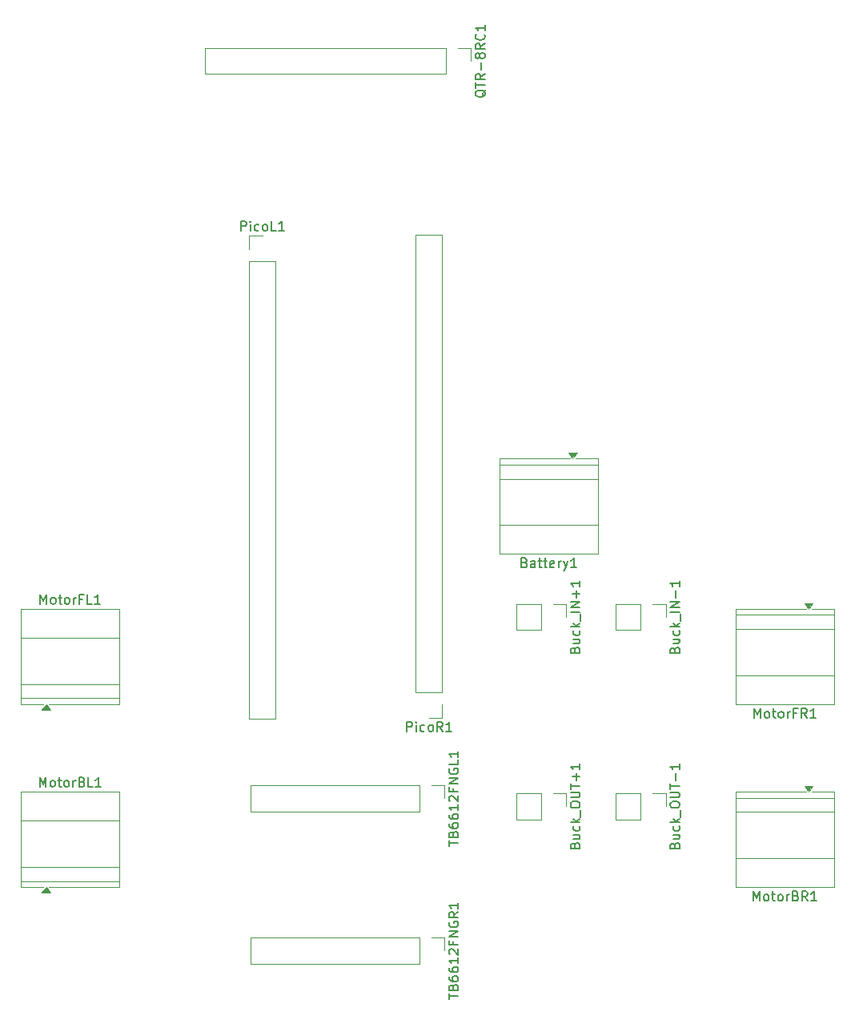
<source format=gbr>
%TF.GenerationSoftware,KiCad,Pcbnew,9.0.7*%
%TF.CreationDate,2026-01-22T15:28:45+05:00*%
%TF.ProjectId,PCB,5043422e-6b69-4636-9164-5f7063625858,rev?*%
%TF.SameCoordinates,Original*%
%TF.FileFunction,Legend,Top*%
%TF.FilePolarity,Positive*%
%FSLAX46Y46*%
G04 Gerber Fmt 4.6, Leading zero omitted, Abs format (unit mm)*
G04 Created by KiCad (PCBNEW 9.0.7) date 2026-01-22 15:28:45*
%MOMM*%
%LPD*%
G01*
G04 APERTURE LIST*
%ADD10C,0.150000*%
%ADD11C,0.120000*%
G04 APERTURE END LIST*
D10*
X98455714Y-120706992D02*
X98455714Y-119706992D01*
X98455714Y-119706992D02*
X98789047Y-120421277D01*
X98789047Y-120421277D02*
X99122380Y-119706992D01*
X99122380Y-119706992D02*
X99122380Y-120706992D01*
X99741428Y-120706992D02*
X99646190Y-120659373D01*
X99646190Y-120659373D02*
X99598571Y-120611753D01*
X99598571Y-120611753D02*
X99550952Y-120516515D01*
X99550952Y-120516515D02*
X99550952Y-120230801D01*
X99550952Y-120230801D02*
X99598571Y-120135563D01*
X99598571Y-120135563D02*
X99646190Y-120087944D01*
X99646190Y-120087944D02*
X99741428Y-120040325D01*
X99741428Y-120040325D02*
X99884285Y-120040325D01*
X99884285Y-120040325D02*
X99979523Y-120087944D01*
X99979523Y-120087944D02*
X100027142Y-120135563D01*
X100027142Y-120135563D02*
X100074761Y-120230801D01*
X100074761Y-120230801D02*
X100074761Y-120516515D01*
X100074761Y-120516515D02*
X100027142Y-120611753D01*
X100027142Y-120611753D02*
X99979523Y-120659373D01*
X99979523Y-120659373D02*
X99884285Y-120706992D01*
X99884285Y-120706992D02*
X99741428Y-120706992D01*
X100360476Y-120040325D02*
X100741428Y-120040325D01*
X100503333Y-119706992D02*
X100503333Y-120564134D01*
X100503333Y-120564134D02*
X100550952Y-120659373D01*
X100550952Y-120659373D02*
X100646190Y-120706992D01*
X100646190Y-120706992D02*
X100741428Y-120706992D01*
X101217619Y-120706992D02*
X101122381Y-120659373D01*
X101122381Y-120659373D02*
X101074762Y-120611753D01*
X101074762Y-120611753D02*
X101027143Y-120516515D01*
X101027143Y-120516515D02*
X101027143Y-120230801D01*
X101027143Y-120230801D02*
X101074762Y-120135563D01*
X101074762Y-120135563D02*
X101122381Y-120087944D01*
X101122381Y-120087944D02*
X101217619Y-120040325D01*
X101217619Y-120040325D02*
X101360476Y-120040325D01*
X101360476Y-120040325D02*
X101455714Y-120087944D01*
X101455714Y-120087944D02*
X101503333Y-120135563D01*
X101503333Y-120135563D02*
X101550952Y-120230801D01*
X101550952Y-120230801D02*
X101550952Y-120516515D01*
X101550952Y-120516515D02*
X101503333Y-120611753D01*
X101503333Y-120611753D02*
X101455714Y-120659373D01*
X101455714Y-120659373D02*
X101360476Y-120706992D01*
X101360476Y-120706992D02*
X101217619Y-120706992D01*
X101979524Y-120706992D02*
X101979524Y-120040325D01*
X101979524Y-120230801D02*
X102027143Y-120135563D01*
X102027143Y-120135563D02*
X102074762Y-120087944D01*
X102074762Y-120087944D02*
X102170000Y-120040325D01*
X102170000Y-120040325D02*
X102265238Y-120040325D01*
X102931905Y-120183182D02*
X103074762Y-120230801D01*
X103074762Y-120230801D02*
X103122381Y-120278420D01*
X103122381Y-120278420D02*
X103170000Y-120373658D01*
X103170000Y-120373658D02*
X103170000Y-120516515D01*
X103170000Y-120516515D02*
X103122381Y-120611753D01*
X103122381Y-120611753D02*
X103074762Y-120659373D01*
X103074762Y-120659373D02*
X102979524Y-120706992D01*
X102979524Y-120706992D02*
X102598572Y-120706992D01*
X102598572Y-120706992D02*
X102598572Y-119706992D01*
X102598572Y-119706992D02*
X102931905Y-119706992D01*
X102931905Y-119706992D02*
X103027143Y-119754611D01*
X103027143Y-119754611D02*
X103074762Y-119802230D01*
X103074762Y-119802230D02*
X103122381Y-119897468D01*
X103122381Y-119897468D02*
X103122381Y-119992706D01*
X103122381Y-119992706D02*
X103074762Y-120087944D01*
X103074762Y-120087944D02*
X103027143Y-120135563D01*
X103027143Y-120135563D02*
X102931905Y-120183182D01*
X102931905Y-120183182D02*
X102598572Y-120183182D01*
X104074762Y-120706992D02*
X103598572Y-120706992D01*
X103598572Y-120706992D02*
X103598572Y-119706992D01*
X104931905Y-120706992D02*
X104360477Y-120706992D01*
X104646191Y-120706992D02*
X104646191Y-119706992D01*
X104646191Y-119706992D02*
X104550953Y-119849849D01*
X104550953Y-119849849D02*
X104455715Y-119945087D01*
X104455715Y-119945087D02*
X104360477Y-119992706D01*
X98527142Y-101376992D02*
X98527142Y-100376992D01*
X98527142Y-100376992D02*
X98860475Y-101091277D01*
X98860475Y-101091277D02*
X99193808Y-100376992D01*
X99193808Y-100376992D02*
X99193808Y-101376992D01*
X99812856Y-101376992D02*
X99717618Y-101329373D01*
X99717618Y-101329373D02*
X99669999Y-101281753D01*
X99669999Y-101281753D02*
X99622380Y-101186515D01*
X99622380Y-101186515D02*
X99622380Y-100900801D01*
X99622380Y-100900801D02*
X99669999Y-100805563D01*
X99669999Y-100805563D02*
X99717618Y-100757944D01*
X99717618Y-100757944D02*
X99812856Y-100710325D01*
X99812856Y-100710325D02*
X99955713Y-100710325D01*
X99955713Y-100710325D02*
X100050951Y-100757944D01*
X100050951Y-100757944D02*
X100098570Y-100805563D01*
X100098570Y-100805563D02*
X100146189Y-100900801D01*
X100146189Y-100900801D02*
X100146189Y-101186515D01*
X100146189Y-101186515D02*
X100098570Y-101281753D01*
X100098570Y-101281753D02*
X100050951Y-101329373D01*
X100050951Y-101329373D02*
X99955713Y-101376992D01*
X99955713Y-101376992D02*
X99812856Y-101376992D01*
X100431904Y-100710325D02*
X100812856Y-100710325D01*
X100574761Y-100376992D02*
X100574761Y-101234134D01*
X100574761Y-101234134D02*
X100622380Y-101329373D01*
X100622380Y-101329373D02*
X100717618Y-101376992D01*
X100717618Y-101376992D02*
X100812856Y-101376992D01*
X101289047Y-101376992D02*
X101193809Y-101329373D01*
X101193809Y-101329373D02*
X101146190Y-101281753D01*
X101146190Y-101281753D02*
X101098571Y-101186515D01*
X101098571Y-101186515D02*
X101098571Y-100900801D01*
X101098571Y-100900801D02*
X101146190Y-100805563D01*
X101146190Y-100805563D02*
X101193809Y-100757944D01*
X101193809Y-100757944D02*
X101289047Y-100710325D01*
X101289047Y-100710325D02*
X101431904Y-100710325D01*
X101431904Y-100710325D02*
X101527142Y-100757944D01*
X101527142Y-100757944D02*
X101574761Y-100805563D01*
X101574761Y-100805563D02*
X101622380Y-100900801D01*
X101622380Y-100900801D02*
X101622380Y-101186515D01*
X101622380Y-101186515D02*
X101574761Y-101281753D01*
X101574761Y-101281753D02*
X101527142Y-101329373D01*
X101527142Y-101329373D02*
X101431904Y-101376992D01*
X101431904Y-101376992D02*
X101289047Y-101376992D01*
X102050952Y-101376992D02*
X102050952Y-100710325D01*
X102050952Y-100900801D02*
X102098571Y-100805563D01*
X102098571Y-100805563D02*
X102146190Y-100757944D01*
X102146190Y-100757944D02*
X102241428Y-100710325D01*
X102241428Y-100710325D02*
X102336666Y-100710325D01*
X103003333Y-100853182D02*
X102670000Y-100853182D01*
X102670000Y-101376992D02*
X102670000Y-100376992D01*
X102670000Y-100376992D02*
X103146190Y-100376992D01*
X104003333Y-101376992D02*
X103527143Y-101376992D01*
X103527143Y-101376992D02*
X103527143Y-100376992D01*
X104860476Y-101376992D02*
X104289048Y-101376992D01*
X104574762Y-101376992D02*
X104574762Y-100376992D01*
X104574762Y-100376992D02*
X104479524Y-100519849D01*
X104479524Y-100519849D02*
X104384286Y-100615087D01*
X104384286Y-100615087D02*
X104289048Y-100662706D01*
X165602854Y-126881420D02*
X165650473Y-126738563D01*
X165650473Y-126738563D02*
X165698092Y-126690944D01*
X165698092Y-126690944D02*
X165793330Y-126643325D01*
X165793330Y-126643325D02*
X165936187Y-126643325D01*
X165936187Y-126643325D02*
X166031425Y-126690944D01*
X166031425Y-126690944D02*
X166079045Y-126738563D01*
X166079045Y-126738563D02*
X166126664Y-126833801D01*
X166126664Y-126833801D02*
X166126664Y-127214753D01*
X166126664Y-127214753D02*
X165126664Y-127214753D01*
X165126664Y-127214753D02*
X165126664Y-126881420D01*
X165126664Y-126881420D02*
X165174283Y-126786182D01*
X165174283Y-126786182D02*
X165221902Y-126738563D01*
X165221902Y-126738563D02*
X165317140Y-126690944D01*
X165317140Y-126690944D02*
X165412378Y-126690944D01*
X165412378Y-126690944D02*
X165507616Y-126738563D01*
X165507616Y-126738563D02*
X165555235Y-126786182D01*
X165555235Y-126786182D02*
X165602854Y-126881420D01*
X165602854Y-126881420D02*
X165602854Y-127214753D01*
X165459997Y-125786182D02*
X166126664Y-125786182D01*
X165459997Y-126214753D02*
X165983806Y-126214753D01*
X165983806Y-126214753D02*
X166079045Y-126167134D01*
X166079045Y-126167134D02*
X166126664Y-126071896D01*
X166126664Y-126071896D02*
X166126664Y-125929039D01*
X166126664Y-125929039D02*
X166079045Y-125833801D01*
X166079045Y-125833801D02*
X166031425Y-125786182D01*
X166079045Y-124881420D02*
X166126664Y-124976658D01*
X166126664Y-124976658D02*
X166126664Y-125167134D01*
X166126664Y-125167134D02*
X166079045Y-125262372D01*
X166079045Y-125262372D02*
X166031425Y-125309991D01*
X166031425Y-125309991D02*
X165936187Y-125357610D01*
X165936187Y-125357610D02*
X165650473Y-125357610D01*
X165650473Y-125357610D02*
X165555235Y-125309991D01*
X165555235Y-125309991D02*
X165507616Y-125262372D01*
X165507616Y-125262372D02*
X165459997Y-125167134D01*
X165459997Y-125167134D02*
X165459997Y-124976658D01*
X165459997Y-124976658D02*
X165507616Y-124881420D01*
X166126664Y-124452848D02*
X165126664Y-124452848D01*
X165745711Y-124357610D02*
X166126664Y-124071896D01*
X165459997Y-124071896D02*
X165840949Y-124452848D01*
X166221902Y-123881420D02*
X166221902Y-123119515D01*
X165126664Y-122690943D02*
X165126664Y-122500467D01*
X165126664Y-122500467D02*
X165174283Y-122405229D01*
X165174283Y-122405229D02*
X165269521Y-122309991D01*
X165269521Y-122309991D02*
X165459997Y-122262372D01*
X165459997Y-122262372D02*
X165793330Y-122262372D01*
X165793330Y-122262372D02*
X165983806Y-122309991D01*
X165983806Y-122309991D02*
X166079045Y-122405229D01*
X166079045Y-122405229D02*
X166126664Y-122500467D01*
X166126664Y-122500467D02*
X166126664Y-122690943D01*
X166126664Y-122690943D02*
X166079045Y-122786181D01*
X166079045Y-122786181D02*
X165983806Y-122881419D01*
X165983806Y-122881419D02*
X165793330Y-122929038D01*
X165793330Y-122929038D02*
X165459997Y-122929038D01*
X165459997Y-122929038D02*
X165269521Y-122881419D01*
X165269521Y-122881419D02*
X165174283Y-122786181D01*
X165174283Y-122786181D02*
X165126664Y-122690943D01*
X165126664Y-121833800D02*
X165936187Y-121833800D01*
X165936187Y-121833800D02*
X166031425Y-121786181D01*
X166031425Y-121786181D02*
X166079045Y-121738562D01*
X166079045Y-121738562D02*
X166126664Y-121643324D01*
X166126664Y-121643324D02*
X166126664Y-121452848D01*
X166126664Y-121452848D02*
X166079045Y-121357610D01*
X166079045Y-121357610D02*
X166031425Y-121309991D01*
X166031425Y-121309991D02*
X165936187Y-121262372D01*
X165936187Y-121262372D02*
X165126664Y-121262372D01*
X165126664Y-120929038D02*
X165126664Y-120357610D01*
X166126664Y-120643324D02*
X165126664Y-120643324D01*
X165745711Y-120024276D02*
X165745711Y-119262372D01*
X166126664Y-118262372D02*
X166126664Y-118833800D01*
X166126664Y-118548086D02*
X165126664Y-118548086D01*
X165126664Y-118548086D02*
X165269521Y-118643324D01*
X165269521Y-118643324D02*
X165364759Y-118738562D01*
X165364759Y-118738562D02*
X165412378Y-118833800D01*
X174013951Y-113406992D02*
X174013951Y-112406992D01*
X174013951Y-112406992D02*
X174347284Y-113121277D01*
X174347284Y-113121277D02*
X174680617Y-112406992D01*
X174680617Y-112406992D02*
X174680617Y-113406992D01*
X175299665Y-113406992D02*
X175204427Y-113359373D01*
X175204427Y-113359373D02*
X175156808Y-113311753D01*
X175156808Y-113311753D02*
X175109189Y-113216515D01*
X175109189Y-113216515D02*
X175109189Y-112930801D01*
X175109189Y-112930801D02*
X175156808Y-112835563D01*
X175156808Y-112835563D02*
X175204427Y-112787944D01*
X175204427Y-112787944D02*
X175299665Y-112740325D01*
X175299665Y-112740325D02*
X175442522Y-112740325D01*
X175442522Y-112740325D02*
X175537760Y-112787944D01*
X175537760Y-112787944D02*
X175585379Y-112835563D01*
X175585379Y-112835563D02*
X175632998Y-112930801D01*
X175632998Y-112930801D02*
X175632998Y-113216515D01*
X175632998Y-113216515D02*
X175585379Y-113311753D01*
X175585379Y-113311753D02*
X175537760Y-113359373D01*
X175537760Y-113359373D02*
X175442522Y-113406992D01*
X175442522Y-113406992D02*
X175299665Y-113406992D01*
X175918713Y-112740325D02*
X176299665Y-112740325D01*
X176061570Y-112406992D02*
X176061570Y-113264134D01*
X176061570Y-113264134D02*
X176109189Y-113359373D01*
X176109189Y-113359373D02*
X176204427Y-113406992D01*
X176204427Y-113406992D02*
X176299665Y-113406992D01*
X176775856Y-113406992D02*
X176680618Y-113359373D01*
X176680618Y-113359373D02*
X176632999Y-113311753D01*
X176632999Y-113311753D02*
X176585380Y-113216515D01*
X176585380Y-113216515D02*
X176585380Y-112930801D01*
X176585380Y-112930801D02*
X176632999Y-112835563D01*
X176632999Y-112835563D02*
X176680618Y-112787944D01*
X176680618Y-112787944D02*
X176775856Y-112740325D01*
X176775856Y-112740325D02*
X176918713Y-112740325D01*
X176918713Y-112740325D02*
X177013951Y-112787944D01*
X177013951Y-112787944D02*
X177061570Y-112835563D01*
X177061570Y-112835563D02*
X177109189Y-112930801D01*
X177109189Y-112930801D02*
X177109189Y-113216515D01*
X177109189Y-113216515D02*
X177061570Y-113311753D01*
X177061570Y-113311753D02*
X177013951Y-113359373D01*
X177013951Y-113359373D02*
X176918713Y-113406992D01*
X176918713Y-113406992D02*
X176775856Y-113406992D01*
X177537761Y-113406992D02*
X177537761Y-112740325D01*
X177537761Y-112930801D02*
X177585380Y-112835563D01*
X177585380Y-112835563D02*
X177632999Y-112787944D01*
X177632999Y-112787944D02*
X177728237Y-112740325D01*
X177728237Y-112740325D02*
X177823475Y-112740325D01*
X178490142Y-112883182D02*
X178156809Y-112883182D01*
X178156809Y-113406992D02*
X178156809Y-112406992D01*
X178156809Y-112406992D02*
X178632999Y-112406992D01*
X179585380Y-113406992D02*
X179252047Y-112930801D01*
X179013952Y-113406992D02*
X179013952Y-112406992D01*
X179013952Y-112406992D02*
X179394904Y-112406992D01*
X179394904Y-112406992D02*
X179490142Y-112454611D01*
X179490142Y-112454611D02*
X179537761Y-112502230D01*
X179537761Y-112502230D02*
X179585380Y-112597468D01*
X179585380Y-112597468D02*
X179585380Y-112740325D01*
X179585380Y-112740325D02*
X179537761Y-112835563D01*
X179537761Y-112835563D02*
X179490142Y-112883182D01*
X179490142Y-112883182D02*
X179394904Y-112930801D01*
X179394904Y-112930801D02*
X179013952Y-112930801D01*
X180537761Y-113406992D02*
X179966333Y-113406992D01*
X180252047Y-113406992D02*
X180252047Y-112406992D01*
X180252047Y-112406992D02*
X180156809Y-112549849D01*
X180156809Y-112549849D02*
X180061571Y-112645087D01*
X180061571Y-112645087D02*
X179966333Y-112692706D01*
X165602854Y-106214753D02*
X165650473Y-106071896D01*
X165650473Y-106071896D02*
X165698092Y-106024277D01*
X165698092Y-106024277D02*
X165793330Y-105976658D01*
X165793330Y-105976658D02*
X165936187Y-105976658D01*
X165936187Y-105976658D02*
X166031425Y-106024277D01*
X166031425Y-106024277D02*
X166079045Y-106071896D01*
X166079045Y-106071896D02*
X166126664Y-106167134D01*
X166126664Y-106167134D02*
X166126664Y-106548086D01*
X166126664Y-106548086D02*
X165126664Y-106548086D01*
X165126664Y-106548086D02*
X165126664Y-106214753D01*
X165126664Y-106214753D02*
X165174283Y-106119515D01*
X165174283Y-106119515D02*
X165221902Y-106071896D01*
X165221902Y-106071896D02*
X165317140Y-106024277D01*
X165317140Y-106024277D02*
X165412378Y-106024277D01*
X165412378Y-106024277D02*
X165507616Y-106071896D01*
X165507616Y-106071896D02*
X165555235Y-106119515D01*
X165555235Y-106119515D02*
X165602854Y-106214753D01*
X165602854Y-106214753D02*
X165602854Y-106548086D01*
X165459997Y-105119515D02*
X166126664Y-105119515D01*
X165459997Y-105548086D02*
X165983806Y-105548086D01*
X165983806Y-105548086D02*
X166079045Y-105500467D01*
X166079045Y-105500467D02*
X166126664Y-105405229D01*
X166126664Y-105405229D02*
X166126664Y-105262372D01*
X166126664Y-105262372D02*
X166079045Y-105167134D01*
X166079045Y-105167134D02*
X166031425Y-105119515D01*
X166079045Y-104214753D02*
X166126664Y-104309991D01*
X166126664Y-104309991D02*
X166126664Y-104500467D01*
X166126664Y-104500467D02*
X166079045Y-104595705D01*
X166079045Y-104595705D02*
X166031425Y-104643324D01*
X166031425Y-104643324D02*
X165936187Y-104690943D01*
X165936187Y-104690943D02*
X165650473Y-104690943D01*
X165650473Y-104690943D02*
X165555235Y-104643324D01*
X165555235Y-104643324D02*
X165507616Y-104595705D01*
X165507616Y-104595705D02*
X165459997Y-104500467D01*
X165459997Y-104500467D02*
X165459997Y-104309991D01*
X165459997Y-104309991D02*
X165507616Y-104214753D01*
X166126664Y-103786181D02*
X165126664Y-103786181D01*
X165745711Y-103690943D02*
X166126664Y-103405229D01*
X165459997Y-103405229D02*
X165840949Y-103786181D01*
X166221902Y-103214753D02*
X166221902Y-102452848D01*
X166126664Y-102214752D02*
X165126664Y-102214752D01*
X166126664Y-101738562D02*
X165126664Y-101738562D01*
X165126664Y-101738562D02*
X166126664Y-101167134D01*
X166126664Y-101167134D02*
X165126664Y-101167134D01*
X165745711Y-100690943D02*
X165745711Y-99929039D01*
X166126664Y-98929039D02*
X166126664Y-99500467D01*
X166126664Y-99214753D02*
X165126664Y-99214753D01*
X165126664Y-99214753D02*
X165269521Y-99309991D01*
X165269521Y-99309991D02*
X165364759Y-99405229D01*
X165364759Y-99405229D02*
X165412378Y-99500467D01*
X141721200Y-143111809D02*
X141721200Y-142540381D01*
X142721200Y-142826095D02*
X141721200Y-142826095D01*
X142197390Y-141873714D02*
X142245009Y-141730857D01*
X142245009Y-141730857D02*
X142292628Y-141683238D01*
X142292628Y-141683238D02*
X142387866Y-141635619D01*
X142387866Y-141635619D02*
X142530723Y-141635619D01*
X142530723Y-141635619D02*
X142625961Y-141683238D01*
X142625961Y-141683238D02*
X142673581Y-141730857D01*
X142673581Y-141730857D02*
X142721200Y-141826095D01*
X142721200Y-141826095D02*
X142721200Y-142207047D01*
X142721200Y-142207047D02*
X141721200Y-142207047D01*
X141721200Y-142207047D02*
X141721200Y-141873714D01*
X141721200Y-141873714D02*
X141768819Y-141778476D01*
X141768819Y-141778476D02*
X141816438Y-141730857D01*
X141816438Y-141730857D02*
X141911676Y-141683238D01*
X141911676Y-141683238D02*
X142006914Y-141683238D01*
X142006914Y-141683238D02*
X142102152Y-141730857D01*
X142102152Y-141730857D02*
X142149771Y-141778476D01*
X142149771Y-141778476D02*
X142197390Y-141873714D01*
X142197390Y-141873714D02*
X142197390Y-142207047D01*
X141721200Y-140778476D02*
X141721200Y-140968952D01*
X141721200Y-140968952D02*
X141768819Y-141064190D01*
X141768819Y-141064190D02*
X141816438Y-141111809D01*
X141816438Y-141111809D02*
X141959295Y-141207047D01*
X141959295Y-141207047D02*
X142149771Y-141254666D01*
X142149771Y-141254666D02*
X142530723Y-141254666D01*
X142530723Y-141254666D02*
X142625961Y-141207047D01*
X142625961Y-141207047D02*
X142673581Y-141159428D01*
X142673581Y-141159428D02*
X142721200Y-141064190D01*
X142721200Y-141064190D02*
X142721200Y-140873714D01*
X142721200Y-140873714D02*
X142673581Y-140778476D01*
X142673581Y-140778476D02*
X142625961Y-140730857D01*
X142625961Y-140730857D02*
X142530723Y-140683238D01*
X142530723Y-140683238D02*
X142292628Y-140683238D01*
X142292628Y-140683238D02*
X142197390Y-140730857D01*
X142197390Y-140730857D02*
X142149771Y-140778476D01*
X142149771Y-140778476D02*
X142102152Y-140873714D01*
X142102152Y-140873714D02*
X142102152Y-141064190D01*
X142102152Y-141064190D02*
X142149771Y-141159428D01*
X142149771Y-141159428D02*
X142197390Y-141207047D01*
X142197390Y-141207047D02*
X142292628Y-141254666D01*
X141721200Y-139826095D02*
X141721200Y-140016571D01*
X141721200Y-140016571D02*
X141768819Y-140111809D01*
X141768819Y-140111809D02*
X141816438Y-140159428D01*
X141816438Y-140159428D02*
X141959295Y-140254666D01*
X141959295Y-140254666D02*
X142149771Y-140302285D01*
X142149771Y-140302285D02*
X142530723Y-140302285D01*
X142530723Y-140302285D02*
X142625961Y-140254666D01*
X142625961Y-140254666D02*
X142673581Y-140207047D01*
X142673581Y-140207047D02*
X142721200Y-140111809D01*
X142721200Y-140111809D02*
X142721200Y-139921333D01*
X142721200Y-139921333D02*
X142673581Y-139826095D01*
X142673581Y-139826095D02*
X142625961Y-139778476D01*
X142625961Y-139778476D02*
X142530723Y-139730857D01*
X142530723Y-139730857D02*
X142292628Y-139730857D01*
X142292628Y-139730857D02*
X142197390Y-139778476D01*
X142197390Y-139778476D02*
X142149771Y-139826095D01*
X142149771Y-139826095D02*
X142102152Y-139921333D01*
X142102152Y-139921333D02*
X142102152Y-140111809D01*
X142102152Y-140111809D02*
X142149771Y-140207047D01*
X142149771Y-140207047D02*
X142197390Y-140254666D01*
X142197390Y-140254666D02*
X142292628Y-140302285D01*
X142721200Y-138778476D02*
X142721200Y-139349904D01*
X142721200Y-139064190D02*
X141721200Y-139064190D01*
X141721200Y-139064190D02*
X141864057Y-139159428D01*
X141864057Y-139159428D02*
X141959295Y-139254666D01*
X141959295Y-139254666D02*
X142006914Y-139349904D01*
X141816438Y-138397523D02*
X141768819Y-138349904D01*
X141768819Y-138349904D02*
X141721200Y-138254666D01*
X141721200Y-138254666D02*
X141721200Y-138016571D01*
X141721200Y-138016571D02*
X141768819Y-137921333D01*
X141768819Y-137921333D02*
X141816438Y-137873714D01*
X141816438Y-137873714D02*
X141911676Y-137826095D01*
X141911676Y-137826095D02*
X142006914Y-137826095D01*
X142006914Y-137826095D02*
X142149771Y-137873714D01*
X142149771Y-137873714D02*
X142721200Y-138445142D01*
X142721200Y-138445142D02*
X142721200Y-137826095D01*
X142197390Y-137064190D02*
X142197390Y-137397523D01*
X142721200Y-137397523D02*
X141721200Y-137397523D01*
X141721200Y-137397523D02*
X141721200Y-136921333D01*
X142721200Y-136540380D02*
X141721200Y-136540380D01*
X141721200Y-136540380D02*
X142721200Y-135968952D01*
X142721200Y-135968952D02*
X141721200Y-135968952D01*
X141768819Y-134968952D02*
X141721200Y-135064190D01*
X141721200Y-135064190D02*
X141721200Y-135207047D01*
X141721200Y-135207047D02*
X141768819Y-135349904D01*
X141768819Y-135349904D02*
X141864057Y-135445142D01*
X141864057Y-135445142D02*
X141959295Y-135492761D01*
X141959295Y-135492761D02*
X142149771Y-135540380D01*
X142149771Y-135540380D02*
X142292628Y-135540380D01*
X142292628Y-135540380D02*
X142483104Y-135492761D01*
X142483104Y-135492761D02*
X142578342Y-135445142D01*
X142578342Y-135445142D02*
X142673581Y-135349904D01*
X142673581Y-135349904D02*
X142721200Y-135207047D01*
X142721200Y-135207047D02*
X142721200Y-135111809D01*
X142721200Y-135111809D02*
X142673581Y-134968952D01*
X142673581Y-134968952D02*
X142625961Y-134921333D01*
X142625961Y-134921333D02*
X142292628Y-134921333D01*
X142292628Y-134921333D02*
X142292628Y-135111809D01*
X142721200Y-133921333D02*
X142245009Y-134254666D01*
X142721200Y-134492761D02*
X141721200Y-134492761D01*
X141721200Y-134492761D02*
X141721200Y-134111809D01*
X141721200Y-134111809D02*
X141768819Y-134016571D01*
X141768819Y-134016571D02*
X141816438Y-133968952D01*
X141816438Y-133968952D02*
X141911676Y-133921333D01*
X141911676Y-133921333D02*
X142054533Y-133921333D01*
X142054533Y-133921333D02*
X142149771Y-133968952D01*
X142149771Y-133968952D02*
X142197390Y-134016571D01*
X142197390Y-134016571D02*
X142245009Y-134111809D01*
X142245009Y-134111809D02*
X142245009Y-134492761D01*
X142721200Y-132968952D02*
X142721200Y-133540380D01*
X142721200Y-133254666D02*
X141721200Y-133254666D01*
X141721200Y-133254666D02*
X141864057Y-133349904D01*
X141864057Y-133349904D02*
X141959295Y-133445142D01*
X141959295Y-133445142D02*
X142006914Y-133540380D01*
X155062854Y-126881420D02*
X155110473Y-126738563D01*
X155110473Y-126738563D02*
X155158092Y-126690944D01*
X155158092Y-126690944D02*
X155253330Y-126643325D01*
X155253330Y-126643325D02*
X155396187Y-126643325D01*
X155396187Y-126643325D02*
X155491425Y-126690944D01*
X155491425Y-126690944D02*
X155539045Y-126738563D01*
X155539045Y-126738563D02*
X155586664Y-126833801D01*
X155586664Y-126833801D02*
X155586664Y-127214753D01*
X155586664Y-127214753D02*
X154586664Y-127214753D01*
X154586664Y-127214753D02*
X154586664Y-126881420D01*
X154586664Y-126881420D02*
X154634283Y-126786182D01*
X154634283Y-126786182D02*
X154681902Y-126738563D01*
X154681902Y-126738563D02*
X154777140Y-126690944D01*
X154777140Y-126690944D02*
X154872378Y-126690944D01*
X154872378Y-126690944D02*
X154967616Y-126738563D01*
X154967616Y-126738563D02*
X155015235Y-126786182D01*
X155015235Y-126786182D02*
X155062854Y-126881420D01*
X155062854Y-126881420D02*
X155062854Y-127214753D01*
X154919997Y-125786182D02*
X155586664Y-125786182D01*
X154919997Y-126214753D02*
X155443806Y-126214753D01*
X155443806Y-126214753D02*
X155539045Y-126167134D01*
X155539045Y-126167134D02*
X155586664Y-126071896D01*
X155586664Y-126071896D02*
X155586664Y-125929039D01*
X155586664Y-125929039D02*
X155539045Y-125833801D01*
X155539045Y-125833801D02*
X155491425Y-125786182D01*
X155539045Y-124881420D02*
X155586664Y-124976658D01*
X155586664Y-124976658D02*
X155586664Y-125167134D01*
X155586664Y-125167134D02*
X155539045Y-125262372D01*
X155539045Y-125262372D02*
X155491425Y-125309991D01*
X155491425Y-125309991D02*
X155396187Y-125357610D01*
X155396187Y-125357610D02*
X155110473Y-125357610D01*
X155110473Y-125357610D02*
X155015235Y-125309991D01*
X155015235Y-125309991D02*
X154967616Y-125262372D01*
X154967616Y-125262372D02*
X154919997Y-125167134D01*
X154919997Y-125167134D02*
X154919997Y-124976658D01*
X154919997Y-124976658D02*
X154967616Y-124881420D01*
X155586664Y-124452848D02*
X154586664Y-124452848D01*
X155205711Y-124357610D02*
X155586664Y-124071896D01*
X154919997Y-124071896D02*
X155300949Y-124452848D01*
X155681902Y-123881420D02*
X155681902Y-123119515D01*
X154586664Y-122690943D02*
X154586664Y-122500467D01*
X154586664Y-122500467D02*
X154634283Y-122405229D01*
X154634283Y-122405229D02*
X154729521Y-122309991D01*
X154729521Y-122309991D02*
X154919997Y-122262372D01*
X154919997Y-122262372D02*
X155253330Y-122262372D01*
X155253330Y-122262372D02*
X155443806Y-122309991D01*
X155443806Y-122309991D02*
X155539045Y-122405229D01*
X155539045Y-122405229D02*
X155586664Y-122500467D01*
X155586664Y-122500467D02*
X155586664Y-122690943D01*
X155586664Y-122690943D02*
X155539045Y-122786181D01*
X155539045Y-122786181D02*
X155443806Y-122881419D01*
X155443806Y-122881419D02*
X155253330Y-122929038D01*
X155253330Y-122929038D02*
X154919997Y-122929038D01*
X154919997Y-122929038D02*
X154729521Y-122881419D01*
X154729521Y-122881419D02*
X154634283Y-122786181D01*
X154634283Y-122786181D02*
X154586664Y-122690943D01*
X154586664Y-121833800D02*
X155396187Y-121833800D01*
X155396187Y-121833800D02*
X155491425Y-121786181D01*
X155491425Y-121786181D02*
X155539045Y-121738562D01*
X155539045Y-121738562D02*
X155586664Y-121643324D01*
X155586664Y-121643324D02*
X155586664Y-121452848D01*
X155586664Y-121452848D02*
X155539045Y-121357610D01*
X155539045Y-121357610D02*
X155491425Y-121309991D01*
X155491425Y-121309991D02*
X155396187Y-121262372D01*
X155396187Y-121262372D02*
X154586664Y-121262372D01*
X154586664Y-120929038D02*
X154586664Y-120357610D01*
X155586664Y-120643324D02*
X154586664Y-120643324D01*
X155205711Y-120024276D02*
X155205711Y-119262372D01*
X155586664Y-119643324D02*
X154824759Y-119643324D01*
X155586664Y-118262372D02*
X155586664Y-118833800D01*
X155586664Y-118548086D02*
X154586664Y-118548086D01*
X154586664Y-118548086D02*
X154729521Y-118643324D01*
X154729521Y-118643324D02*
X154824759Y-118738562D01*
X154824759Y-118738562D02*
X154872378Y-118833800D01*
X137262857Y-114835112D02*
X137262857Y-113835112D01*
X137262857Y-113835112D02*
X137643809Y-113835112D01*
X137643809Y-113835112D02*
X137739047Y-113882731D01*
X137739047Y-113882731D02*
X137786666Y-113930350D01*
X137786666Y-113930350D02*
X137834285Y-114025588D01*
X137834285Y-114025588D02*
X137834285Y-114168445D01*
X137834285Y-114168445D02*
X137786666Y-114263683D01*
X137786666Y-114263683D02*
X137739047Y-114311302D01*
X137739047Y-114311302D02*
X137643809Y-114358921D01*
X137643809Y-114358921D02*
X137262857Y-114358921D01*
X138262857Y-114835112D02*
X138262857Y-114168445D01*
X138262857Y-113835112D02*
X138215238Y-113882731D01*
X138215238Y-113882731D02*
X138262857Y-113930350D01*
X138262857Y-113930350D02*
X138310476Y-113882731D01*
X138310476Y-113882731D02*
X138262857Y-113835112D01*
X138262857Y-113835112D02*
X138262857Y-113930350D01*
X139167618Y-114787493D02*
X139072380Y-114835112D01*
X139072380Y-114835112D02*
X138881904Y-114835112D01*
X138881904Y-114835112D02*
X138786666Y-114787493D01*
X138786666Y-114787493D02*
X138739047Y-114739873D01*
X138739047Y-114739873D02*
X138691428Y-114644635D01*
X138691428Y-114644635D02*
X138691428Y-114358921D01*
X138691428Y-114358921D02*
X138739047Y-114263683D01*
X138739047Y-114263683D02*
X138786666Y-114216064D01*
X138786666Y-114216064D02*
X138881904Y-114168445D01*
X138881904Y-114168445D02*
X139072380Y-114168445D01*
X139072380Y-114168445D02*
X139167618Y-114216064D01*
X139739047Y-114835112D02*
X139643809Y-114787493D01*
X139643809Y-114787493D02*
X139596190Y-114739873D01*
X139596190Y-114739873D02*
X139548571Y-114644635D01*
X139548571Y-114644635D02*
X139548571Y-114358921D01*
X139548571Y-114358921D02*
X139596190Y-114263683D01*
X139596190Y-114263683D02*
X139643809Y-114216064D01*
X139643809Y-114216064D02*
X139739047Y-114168445D01*
X139739047Y-114168445D02*
X139881904Y-114168445D01*
X139881904Y-114168445D02*
X139977142Y-114216064D01*
X139977142Y-114216064D02*
X140024761Y-114263683D01*
X140024761Y-114263683D02*
X140072380Y-114358921D01*
X140072380Y-114358921D02*
X140072380Y-114644635D01*
X140072380Y-114644635D02*
X140024761Y-114739873D01*
X140024761Y-114739873D02*
X139977142Y-114787493D01*
X139977142Y-114787493D02*
X139881904Y-114835112D01*
X139881904Y-114835112D02*
X139739047Y-114835112D01*
X141072380Y-114835112D02*
X140739047Y-114358921D01*
X140500952Y-114835112D02*
X140500952Y-113835112D01*
X140500952Y-113835112D02*
X140881904Y-113835112D01*
X140881904Y-113835112D02*
X140977142Y-113882731D01*
X140977142Y-113882731D02*
X141024761Y-113930350D01*
X141024761Y-113930350D02*
X141072380Y-114025588D01*
X141072380Y-114025588D02*
X141072380Y-114168445D01*
X141072380Y-114168445D02*
X141024761Y-114263683D01*
X141024761Y-114263683D02*
X140977142Y-114311302D01*
X140977142Y-114311302D02*
X140881904Y-114358921D01*
X140881904Y-114358921D02*
X140500952Y-114358921D01*
X142024761Y-114835112D02*
X141453333Y-114835112D01*
X141739047Y-114835112D02*
X141739047Y-113835112D01*
X141739047Y-113835112D02*
X141643809Y-113977969D01*
X141643809Y-113977969D02*
X141548571Y-114073207D01*
X141548571Y-114073207D02*
X141453333Y-114120826D01*
X173942523Y-132736992D02*
X173942523Y-131736992D01*
X173942523Y-131736992D02*
X174275856Y-132451277D01*
X174275856Y-132451277D02*
X174609189Y-131736992D01*
X174609189Y-131736992D02*
X174609189Y-132736992D01*
X175228237Y-132736992D02*
X175132999Y-132689373D01*
X175132999Y-132689373D02*
X175085380Y-132641753D01*
X175085380Y-132641753D02*
X175037761Y-132546515D01*
X175037761Y-132546515D02*
X175037761Y-132260801D01*
X175037761Y-132260801D02*
X175085380Y-132165563D01*
X175085380Y-132165563D02*
X175132999Y-132117944D01*
X175132999Y-132117944D02*
X175228237Y-132070325D01*
X175228237Y-132070325D02*
X175371094Y-132070325D01*
X175371094Y-132070325D02*
X175466332Y-132117944D01*
X175466332Y-132117944D02*
X175513951Y-132165563D01*
X175513951Y-132165563D02*
X175561570Y-132260801D01*
X175561570Y-132260801D02*
X175561570Y-132546515D01*
X175561570Y-132546515D02*
X175513951Y-132641753D01*
X175513951Y-132641753D02*
X175466332Y-132689373D01*
X175466332Y-132689373D02*
X175371094Y-132736992D01*
X175371094Y-132736992D02*
X175228237Y-132736992D01*
X175847285Y-132070325D02*
X176228237Y-132070325D01*
X175990142Y-131736992D02*
X175990142Y-132594134D01*
X175990142Y-132594134D02*
X176037761Y-132689373D01*
X176037761Y-132689373D02*
X176132999Y-132736992D01*
X176132999Y-132736992D02*
X176228237Y-132736992D01*
X176704428Y-132736992D02*
X176609190Y-132689373D01*
X176609190Y-132689373D02*
X176561571Y-132641753D01*
X176561571Y-132641753D02*
X176513952Y-132546515D01*
X176513952Y-132546515D02*
X176513952Y-132260801D01*
X176513952Y-132260801D02*
X176561571Y-132165563D01*
X176561571Y-132165563D02*
X176609190Y-132117944D01*
X176609190Y-132117944D02*
X176704428Y-132070325D01*
X176704428Y-132070325D02*
X176847285Y-132070325D01*
X176847285Y-132070325D02*
X176942523Y-132117944D01*
X176942523Y-132117944D02*
X176990142Y-132165563D01*
X176990142Y-132165563D02*
X177037761Y-132260801D01*
X177037761Y-132260801D02*
X177037761Y-132546515D01*
X177037761Y-132546515D02*
X176990142Y-132641753D01*
X176990142Y-132641753D02*
X176942523Y-132689373D01*
X176942523Y-132689373D02*
X176847285Y-132736992D01*
X176847285Y-132736992D02*
X176704428Y-132736992D01*
X177466333Y-132736992D02*
X177466333Y-132070325D01*
X177466333Y-132260801D02*
X177513952Y-132165563D01*
X177513952Y-132165563D02*
X177561571Y-132117944D01*
X177561571Y-132117944D02*
X177656809Y-132070325D01*
X177656809Y-132070325D02*
X177752047Y-132070325D01*
X178418714Y-132213182D02*
X178561571Y-132260801D01*
X178561571Y-132260801D02*
X178609190Y-132308420D01*
X178609190Y-132308420D02*
X178656809Y-132403658D01*
X178656809Y-132403658D02*
X178656809Y-132546515D01*
X178656809Y-132546515D02*
X178609190Y-132641753D01*
X178609190Y-132641753D02*
X178561571Y-132689373D01*
X178561571Y-132689373D02*
X178466333Y-132736992D01*
X178466333Y-132736992D02*
X178085381Y-132736992D01*
X178085381Y-132736992D02*
X178085381Y-131736992D01*
X178085381Y-131736992D02*
X178418714Y-131736992D01*
X178418714Y-131736992D02*
X178513952Y-131784611D01*
X178513952Y-131784611D02*
X178561571Y-131832230D01*
X178561571Y-131832230D02*
X178609190Y-131927468D01*
X178609190Y-131927468D02*
X178609190Y-132022706D01*
X178609190Y-132022706D02*
X178561571Y-132117944D01*
X178561571Y-132117944D02*
X178513952Y-132165563D01*
X178513952Y-132165563D02*
X178418714Y-132213182D01*
X178418714Y-132213182D02*
X178085381Y-132213182D01*
X179656809Y-132736992D02*
X179323476Y-132260801D01*
X179085381Y-132736992D02*
X179085381Y-131736992D01*
X179085381Y-131736992D02*
X179466333Y-131736992D01*
X179466333Y-131736992D02*
X179561571Y-131784611D01*
X179561571Y-131784611D02*
X179609190Y-131832230D01*
X179609190Y-131832230D02*
X179656809Y-131927468D01*
X179656809Y-131927468D02*
X179656809Y-132070325D01*
X179656809Y-132070325D02*
X179609190Y-132165563D01*
X179609190Y-132165563D02*
X179561571Y-132213182D01*
X179561571Y-132213182D02*
X179466333Y-132260801D01*
X179466333Y-132260801D02*
X179085381Y-132260801D01*
X180609190Y-132736992D02*
X180037762Y-132736992D01*
X180323476Y-132736992D02*
X180323476Y-131736992D01*
X180323476Y-131736992D02*
X180228238Y-131879849D01*
X180228238Y-131879849D02*
X180133000Y-131975087D01*
X180133000Y-131975087D02*
X180037762Y-132022706D01*
X141721200Y-126928571D02*
X141721200Y-126357143D01*
X142721200Y-126642857D02*
X141721200Y-126642857D01*
X142197390Y-125690476D02*
X142245009Y-125547619D01*
X142245009Y-125547619D02*
X142292628Y-125500000D01*
X142292628Y-125500000D02*
X142387866Y-125452381D01*
X142387866Y-125452381D02*
X142530723Y-125452381D01*
X142530723Y-125452381D02*
X142625961Y-125500000D01*
X142625961Y-125500000D02*
X142673581Y-125547619D01*
X142673581Y-125547619D02*
X142721200Y-125642857D01*
X142721200Y-125642857D02*
X142721200Y-126023809D01*
X142721200Y-126023809D02*
X141721200Y-126023809D01*
X141721200Y-126023809D02*
X141721200Y-125690476D01*
X141721200Y-125690476D02*
X141768819Y-125595238D01*
X141768819Y-125595238D02*
X141816438Y-125547619D01*
X141816438Y-125547619D02*
X141911676Y-125500000D01*
X141911676Y-125500000D02*
X142006914Y-125500000D01*
X142006914Y-125500000D02*
X142102152Y-125547619D01*
X142102152Y-125547619D02*
X142149771Y-125595238D01*
X142149771Y-125595238D02*
X142197390Y-125690476D01*
X142197390Y-125690476D02*
X142197390Y-126023809D01*
X141721200Y-124595238D02*
X141721200Y-124785714D01*
X141721200Y-124785714D02*
X141768819Y-124880952D01*
X141768819Y-124880952D02*
X141816438Y-124928571D01*
X141816438Y-124928571D02*
X141959295Y-125023809D01*
X141959295Y-125023809D02*
X142149771Y-125071428D01*
X142149771Y-125071428D02*
X142530723Y-125071428D01*
X142530723Y-125071428D02*
X142625961Y-125023809D01*
X142625961Y-125023809D02*
X142673581Y-124976190D01*
X142673581Y-124976190D02*
X142721200Y-124880952D01*
X142721200Y-124880952D02*
X142721200Y-124690476D01*
X142721200Y-124690476D02*
X142673581Y-124595238D01*
X142673581Y-124595238D02*
X142625961Y-124547619D01*
X142625961Y-124547619D02*
X142530723Y-124500000D01*
X142530723Y-124500000D02*
X142292628Y-124500000D01*
X142292628Y-124500000D02*
X142197390Y-124547619D01*
X142197390Y-124547619D02*
X142149771Y-124595238D01*
X142149771Y-124595238D02*
X142102152Y-124690476D01*
X142102152Y-124690476D02*
X142102152Y-124880952D01*
X142102152Y-124880952D02*
X142149771Y-124976190D01*
X142149771Y-124976190D02*
X142197390Y-125023809D01*
X142197390Y-125023809D02*
X142292628Y-125071428D01*
X141721200Y-123642857D02*
X141721200Y-123833333D01*
X141721200Y-123833333D02*
X141768819Y-123928571D01*
X141768819Y-123928571D02*
X141816438Y-123976190D01*
X141816438Y-123976190D02*
X141959295Y-124071428D01*
X141959295Y-124071428D02*
X142149771Y-124119047D01*
X142149771Y-124119047D02*
X142530723Y-124119047D01*
X142530723Y-124119047D02*
X142625961Y-124071428D01*
X142625961Y-124071428D02*
X142673581Y-124023809D01*
X142673581Y-124023809D02*
X142721200Y-123928571D01*
X142721200Y-123928571D02*
X142721200Y-123738095D01*
X142721200Y-123738095D02*
X142673581Y-123642857D01*
X142673581Y-123642857D02*
X142625961Y-123595238D01*
X142625961Y-123595238D02*
X142530723Y-123547619D01*
X142530723Y-123547619D02*
X142292628Y-123547619D01*
X142292628Y-123547619D02*
X142197390Y-123595238D01*
X142197390Y-123595238D02*
X142149771Y-123642857D01*
X142149771Y-123642857D02*
X142102152Y-123738095D01*
X142102152Y-123738095D02*
X142102152Y-123928571D01*
X142102152Y-123928571D02*
X142149771Y-124023809D01*
X142149771Y-124023809D02*
X142197390Y-124071428D01*
X142197390Y-124071428D02*
X142292628Y-124119047D01*
X142721200Y-122595238D02*
X142721200Y-123166666D01*
X142721200Y-122880952D02*
X141721200Y-122880952D01*
X141721200Y-122880952D02*
X141864057Y-122976190D01*
X141864057Y-122976190D02*
X141959295Y-123071428D01*
X141959295Y-123071428D02*
X142006914Y-123166666D01*
X141816438Y-122214285D02*
X141768819Y-122166666D01*
X141768819Y-122166666D02*
X141721200Y-122071428D01*
X141721200Y-122071428D02*
X141721200Y-121833333D01*
X141721200Y-121833333D02*
X141768819Y-121738095D01*
X141768819Y-121738095D02*
X141816438Y-121690476D01*
X141816438Y-121690476D02*
X141911676Y-121642857D01*
X141911676Y-121642857D02*
X142006914Y-121642857D01*
X142006914Y-121642857D02*
X142149771Y-121690476D01*
X142149771Y-121690476D02*
X142721200Y-122261904D01*
X142721200Y-122261904D02*
X142721200Y-121642857D01*
X142197390Y-120880952D02*
X142197390Y-121214285D01*
X142721200Y-121214285D02*
X141721200Y-121214285D01*
X141721200Y-121214285D02*
X141721200Y-120738095D01*
X142721200Y-120357142D02*
X141721200Y-120357142D01*
X141721200Y-120357142D02*
X142721200Y-119785714D01*
X142721200Y-119785714D02*
X141721200Y-119785714D01*
X141768819Y-118785714D02*
X141721200Y-118880952D01*
X141721200Y-118880952D02*
X141721200Y-119023809D01*
X141721200Y-119023809D02*
X141768819Y-119166666D01*
X141768819Y-119166666D02*
X141864057Y-119261904D01*
X141864057Y-119261904D02*
X141959295Y-119309523D01*
X141959295Y-119309523D02*
X142149771Y-119357142D01*
X142149771Y-119357142D02*
X142292628Y-119357142D01*
X142292628Y-119357142D02*
X142483104Y-119309523D01*
X142483104Y-119309523D02*
X142578342Y-119261904D01*
X142578342Y-119261904D02*
X142673581Y-119166666D01*
X142673581Y-119166666D02*
X142721200Y-119023809D01*
X142721200Y-119023809D02*
X142721200Y-118928571D01*
X142721200Y-118928571D02*
X142673581Y-118785714D01*
X142673581Y-118785714D02*
X142625961Y-118738095D01*
X142625961Y-118738095D02*
X142292628Y-118738095D01*
X142292628Y-118738095D02*
X142292628Y-118928571D01*
X142721200Y-117833333D02*
X142721200Y-118309523D01*
X142721200Y-118309523D02*
X141721200Y-118309523D01*
X142721200Y-116976190D02*
X142721200Y-117547618D01*
X142721200Y-117261904D02*
X141721200Y-117261904D01*
X141721200Y-117261904D02*
X141864057Y-117357142D01*
X141864057Y-117357142D02*
X141959295Y-117452380D01*
X141959295Y-117452380D02*
X142006914Y-117547618D01*
X145630057Y-47071428D02*
X145582438Y-47166666D01*
X145582438Y-47166666D02*
X145487200Y-47261904D01*
X145487200Y-47261904D02*
X145344342Y-47404761D01*
X145344342Y-47404761D02*
X145296723Y-47499999D01*
X145296723Y-47499999D02*
X145296723Y-47595237D01*
X145534819Y-47547618D02*
X145487200Y-47642856D01*
X145487200Y-47642856D02*
X145391961Y-47738094D01*
X145391961Y-47738094D02*
X145201485Y-47785713D01*
X145201485Y-47785713D02*
X144868152Y-47785713D01*
X144868152Y-47785713D02*
X144677676Y-47738094D01*
X144677676Y-47738094D02*
X144582438Y-47642856D01*
X144582438Y-47642856D02*
X144534819Y-47547618D01*
X144534819Y-47547618D02*
X144534819Y-47357142D01*
X144534819Y-47357142D02*
X144582438Y-47261904D01*
X144582438Y-47261904D02*
X144677676Y-47166666D01*
X144677676Y-47166666D02*
X144868152Y-47119047D01*
X144868152Y-47119047D02*
X145201485Y-47119047D01*
X145201485Y-47119047D02*
X145391961Y-47166666D01*
X145391961Y-47166666D02*
X145487200Y-47261904D01*
X145487200Y-47261904D02*
X145534819Y-47357142D01*
X145534819Y-47357142D02*
X145534819Y-47547618D01*
X144534819Y-46833332D02*
X144534819Y-46261904D01*
X145534819Y-46547618D02*
X144534819Y-46547618D01*
X145534819Y-45357142D02*
X145058628Y-45690475D01*
X145534819Y-45928570D02*
X144534819Y-45928570D01*
X144534819Y-45928570D02*
X144534819Y-45547618D01*
X144534819Y-45547618D02*
X144582438Y-45452380D01*
X144582438Y-45452380D02*
X144630057Y-45404761D01*
X144630057Y-45404761D02*
X144725295Y-45357142D01*
X144725295Y-45357142D02*
X144868152Y-45357142D01*
X144868152Y-45357142D02*
X144963390Y-45404761D01*
X144963390Y-45404761D02*
X145011009Y-45452380D01*
X145011009Y-45452380D02*
X145058628Y-45547618D01*
X145058628Y-45547618D02*
X145058628Y-45928570D01*
X145153866Y-44928570D02*
X145153866Y-44166666D01*
X144963390Y-43547618D02*
X144915771Y-43642856D01*
X144915771Y-43642856D02*
X144868152Y-43690475D01*
X144868152Y-43690475D02*
X144772914Y-43738094D01*
X144772914Y-43738094D02*
X144725295Y-43738094D01*
X144725295Y-43738094D02*
X144630057Y-43690475D01*
X144630057Y-43690475D02*
X144582438Y-43642856D01*
X144582438Y-43642856D02*
X144534819Y-43547618D01*
X144534819Y-43547618D02*
X144534819Y-43357142D01*
X144534819Y-43357142D02*
X144582438Y-43261904D01*
X144582438Y-43261904D02*
X144630057Y-43214285D01*
X144630057Y-43214285D02*
X144725295Y-43166666D01*
X144725295Y-43166666D02*
X144772914Y-43166666D01*
X144772914Y-43166666D02*
X144868152Y-43214285D01*
X144868152Y-43214285D02*
X144915771Y-43261904D01*
X144915771Y-43261904D02*
X144963390Y-43357142D01*
X144963390Y-43357142D02*
X144963390Y-43547618D01*
X144963390Y-43547618D02*
X145011009Y-43642856D01*
X145011009Y-43642856D02*
X145058628Y-43690475D01*
X145058628Y-43690475D02*
X145153866Y-43738094D01*
X145153866Y-43738094D02*
X145344342Y-43738094D01*
X145344342Y-43738094D02*
X145439580Y-43690475D01*
X145439580Y-43690475D02*
X145487200Y-43642856D01*
X145487200Y-43642856D02*
X145534819Y-43547618D01*
X145534819Y-43547618D02*
X145534819Y-43357142D01*
X145534819Y-43357142D02*
X145487200Y-43261904D01*
X145487200Y-43261904D02*
X145439580Y-43214285D01*
X145439580Y-43214285D02*
X145344342Y-43166666D01*
X145344342Y-43166666D02*
X145153866Y-43166666D01*
X145153866Y-43166666D02*
X145058628Y-43214285D01*
X145058628Y-43214285D02*
X145011009Y-43261904D01*
X145011009Y-43261904D02*
X144963390Y-43357142D01*
X145534819Y-42166666D02*
X145058628Y-42499999D01*
X145534819Y-42738094D02*
X144534819Y-42738094D01*
X144534819Y-42738094D02*
X144534819Y-42357142D01*
X144534819Y-42357142D02*
X144582438Y-42261904D01*
X144582438Y-42261904D02*
X144630057Y-42214285D01*
X144630057Y-42214285D02*
X144725295Y-42166666D01*
X144725295Y-42166666D02*
X144868152Y-42166666D01*
X144868152Y-42166666D02*
X144963390Y-42214285D01*
X144963390Y-42214285D02*
X145011009Y-42261904D01*
X145011009Y-42261904D02*
X145058628Y-42357142D01*
X145058628Y-42357142D02*
X145058628Y-42738094D01*
X145439580Y-41166666D02*
X145487200Y-41214285D01*
X145487200Y-41214285D02*
X145534819Y-41357142D01*
X145534819Y-41357142D02*
X145534819Y-41452380D01*
X145534819Y-41452380D02*
X145487200Y-41595237D01*
X145487200Y-41595237D02*
X145391961Y-41690475D01*
X145391961Y-41690475D02*
X145296723Y-41738094D01*
X145296723Y-41738094D02*
X145106247Y-41785713D01*
X145106247Y-41785713D02*
X144963390Y-41785713D01*
X144963390Y-41785713D02*
X144772914Y-41738094D01*
X144772914Y-41738094D02*
X144677676Y-41690475D01*
X144677676Y-41690475D02*
X144582438Y-41595237D01*
X144582438Y-41595237D02*
X144534819Y-41452380D01*
X144534819Y-41452380D02*
X144534819Y-41357142D01*
X144534819Y-41357142D02*
X144582438Y-41214285D01*
X144582438Y-41214285D02*
X144630057Y-41166666D01*
X145534819Y-40214285D02*
X145534819Y-40785713D01*
X145534819Y-40499999D02*
X144534819Y-40499999D01*
X144534819Y-40499999D02*
X144677676Y-40595237D01*
X144677676Y-40595237D02*
X144772914Y-40690475D01*
X144772914Y-40690475D02*
X144820533Y-40785713D01*
X155062854Y-106214753D02*
X155110473Y-106071896D01*
X155110473Y-106071896D02*
X155158092Y-106024277D01*
X155158092Y-106024277D02*
X155253330Y-105976658D01*
X155253330Y-105976658D02*
X155396187Y-105976658D01*
X155396187Y-105976658D02*
X155491425Y-106024277D01*
X155491425Y-106024277D02*
X155539045Y-106071896D01*
X155539045Y-106071896D02*
X155586664Y-106167134D01*
X155586664Y-106167134D02*
X155586664Y-106548086D01*
X155586664Y-106548086D02*
X154586664Y-106548086D01*
X154586664Y-106548086D02*
X154586664Y-106214753D01*
X154586664Y-106214753D02*
X154634283Y-106119515D01*
X154634283Y-106119515D02*
X154681902Y-106071896D01*
X154681902Y-106071896D02*
X154777140Y-106024277D01*
X154777140Y-106024277D02*
X154872378Y-106024277D01*
X154872378Y-106024277D02*
X154967616Y-106071896D01*
X154967616Y-106071896D02*
X155015235Y-106119515D01*
X155015235Y-106119515D02*
X155062854Y-106214753D01*
X155062854Y-106214753D02*
X155062854Y-106548086D01*
X154919997Y-105119515D02*
X155586664Y-105119515D01*
X154919997Y-105548086D02*
X155443806Y-105548086D01*
X155443806Y-105548086D02*
X155539045Y-105500467D01*
X155539045Y-105500467D02*
X155586664Y-105405229D01*
X155586664Y-105405229D02*
X155586664Y-105262372D01*
X155586664Y-105262372D02*
X155539045Y-105167134D01*
X155539045Y-105167134D02*
X155491425Y-105119515D01*
X155539045Y-104214753D02*
X155586664Y-104309991D01*
X155586664Y-104309991D02*
X155586664Y-104500467D01*
X155586664Y-104500467D02*
X155539045Y-104595705D01*
X155539045Y-104595705D02*
X155491425Y-104643324D01*
X155491425Y-104643324D02*
X155396187Y-104690943D01*
X155396187Y-104690943D02*
X155110473Y-104690943D01*
X155110473Y-104690943D02*
X155015235Y-104643324D01*
X155015235Y-104643324D02*
X154967616Y-104595705D01*
X154967616Y-104595705D02*
X154919997Y-104500467D01*
X154919997Y-104500467D02*
X154919997Y-104309991D01*
X154919997Y-104309991D02*
X154967616Y-104214753D01*
X155586664Y-103786181D02*
X154586664Y-103786181D01*
X155205711Y-103690943D02*
X155586664Y-103405229D01*
X154919997Y-103405229D02*
X155300949Y-103786181D01*
X155681902Y-103214753D02*
X155681902Y-102452848D01*
X155586664Y-102214752D02*
X154586664Y-102214752D01*
X155586664Y-101738562D02*
X154586664Y-101738562D01*
X154586664Y-101738562D02*
X155586664Y-101167134D01*
X155586664Y-101167134D02*
X154586664Y-101167134D01*
X155205711Y-100690943D02*
X155205711Y-99929039D01*
X155586664Y-100309991D02*
X154824759Y-100309991D01*
X155586664Y-98929039D02*
X155586664Y-99500467D01*
X155586664Y-99214753D02*
X154586664Y-99214753D01*
X154586664Y-99214753D02*
X154729521Y-99309991D01*
X154729521Y-99309991D02*
X154824759Y-99405229D01*
X154824759Y-99405229D02*
X154872378Y-99500467D01*
X149742380Y-97001009D02*
X149885237Y-97048628D01*
X149885237Y-97048628D02*
X149932856Y-97096247D01*
X149932856Y-97096247D02*
X149980475Y-97191485D01*
X149980475Y-97191485D02*
X149980475Y-97334342D01*
X149980475Y-97334342D02*
X149932856Y-97429580D01*
X149932856Y-97429580D02*
X149885237Y-97477200D01*
X149885237Y-97477200D02*
X149789999Y-97524819D01*
X149789999Y-97524819D02*
X149409047Y-97524819D01*
X149409047Y-97524819D02*
X149409047Y-96524819D01*
X149409047Y-96524819D02*
X149742380Y-96524819D01*
X149742380Y-96524819D02*
X149837618Y-96572438D01*
X149837618Y-96572438D02*
X149885237Y-96620057D01*
X149885237Y-96620057D02*
X149932856Y-96715295D01*
X149932856Y-96715295D02*
X149932856Y-96810533D01*
X149932856Y-96810533D02*
X149885237Y-96905771D01*
X149885237Y-96905771D02*
X149837618Y-96953390D01*
X149837618Y-96953390D02*
X149742380Y-97001009D01*
X149742380Y-97001009D02*
X149409047Y-97001009D01*
X150837618Y-97524819D02*
X150837618Y-97001009D01*
X150837618Y-97001009D02*
X150789999Y-96905771D01*
X150789999Y-96905771D02*
X150694761Y-96858152D01*
X150694761Y-96858152D02*
X150504285Y-96858152D01*
X150504285Y-96858152D02*
X150409047Y-96905771D01*
X150837618Y-97477200D02*
X150742380Y-97524819D01*
X150742380Y-97524819D02*
X150504285Y-97524819D01*
X150504285Y-97524819D02*
X150409047Y-97477200D01*
X150409047Y-97477200D02*
X150361428Y-97381961D01*
X150361428Y-97381961D02*
X150361428Y-97286723D01*
X150361428Y-97286723D02*
X150409047Y-97191485D01*
X150409047Y-97191485D02*
X150504285Y-97143866D01*
X150504285Y-97143866D02*
X150742380Y-97143866D01*
X150742380Y-97143866D02*
X150837618Y-97096247D01*
X151170952Y-96858152D02*
X151551904Y-96858152D01*
X151313809Y-96524819D02*
X151313809Y-97381961D01*
X151313809Y-97381961D02*
X151361428Y-97477200D01*
X151361428Y-97477200D02*
X151456666Y-97524819D01*
X151456666Y-97524819D02*
X151551904Y-97524819D01*
X151742381Y-96858152D02*
X152123333Y-96858152D01*
X151885238Y-96524819D02*
X151885238Y-97381961D01*
X151885238Y-97381961D02*
X151932857Y-97477200D01*
X151932857Y-97477200D02*
X152028095Y-97524819D01*
X152028095Y-97524819D02*
X152123333Y-97524819D01*
X152837619Y-97477200D02*
X152742381Y-97524819D01*
X152742381Y-97524819D02*
X152551905Y-97524819D01*
X152551905Y-97524819D02*
X152456667Y-97477200D01*
X152456667Y-97477200D02*
X152409048Y-97381961D01*
X152409048Y-97381961D02*
X152409048Y-97001009D01*
X152409048Y-97001009D02*
X152456667Y-96905771D01*
X152456667Y-96905771D02*
X152551905Y-96858152D01*
X152551905Y-96858152D02*
X152742381Y-96858152D01*
X152742381Y-96858152D02*
X152837619Y-96905771D01*
X152837619Y-96905771D02*
X152885238Y-97001009D01*
X152885238Y-97001009D02*
X152885238Y-97096247D01*
X152885238Y-97096247D02*
X152409048Y-97191485D01*
X153313810Y-97524819D02*
X153313810Y-96858152D01*
X153313810Y-97048628D02*
X153361429Y-96953390D01*
X153361429Y-96953390D02*
X153409048Y-96905771D01*
X153409048Y-96905771D02*
X153504286Y-96858152D01*
X153504286Y-96858152D02*
X153599524Y-96858152D01*
X153837620Y-96858152D02*
X154075715Y-97524819D01*
X154313810Y-96858152D02*
X154075715Y-97524819D01*
X154075715Y-97524819D02*
X153980477Y-97762914D01*
X153980477Y-97762914D02*
X153932858Y-97810533D01*
X153932858Y-97810533D02*
X153837620Y-97858152D01*
X155218572Y-97524819D02*
X154647144Y-97524819D01*
X154932858Y-97524819D02*
X154932858Y-96524819D01*
X154932858Y-96524819D02*
X154837620Y-96667676D01*
X154837620Y-96667676D02*
X154742382Y-96762914D01*
X154742382Y-96762914D02*
X154647144Y-96810533D01*
X119738095Y-61935112D02*
X119738095Y-60935112D01*
X119738095Y-60935112D02*
X120119047Y-60935112D01*
X120119047Y-60935112D02*
X120214285Y-60982731D01*
X120214285Y-60982731D02*
X120261904Y-61030350D01*
X120261904Y-61030350D02*
X120309523Y-61125588D01*
X120309523Y-61125588D02*
X120309523Y-61268445D01*
X120309523Y-61268445D02*
X120261904Y-61363683D01*
X120261904Y-61363683D02*
X120214285Y-61411302D01*
X120214285Y-61411302D02*
X120119047Y-61458921D01*
X120119047Y-61458921D02*
X119738095Y-61458921D01*
X120738095Y-61935112D02*
X120738095Y-61268445D01*
X120738095Y-60935112D02*
X120690476Y-60982731D01*
X120690476Y-60982731D02*
X120738095Y-61030350D01*
X120738095Y-61030350D02*
X120785714Y-60982731D01*
X120785714Y-60982731D02*
X120738095Y-60935112D01*
X120738095Y-60935112D02*
X120738095Y-61030350D01*
X121642856Y-61887493D02*
X121547618Y-61935112D01*
X121547618Y-61935112D02*
X121357142Y-61935112D01*
X121357142Y-61935112D02*
X121261904Y-61887493D01*
X121261904Y-61887493D02*
X121214285Y-61839873D01*
X121214285Y-61839873D02*
X121166666Y-61744635D01*
X121166666Y-61744635D02*
X121166666Y-61458921D01*
X121166666Y-61458921D02*
X121214285Y-61363683D01*
X121214285Y-61363683D02*
X121261904Y-61316064D01*
X121261904Y-61316064D02*
X121357142Y-61268445D01*
X121357142Y-61268445D02*
X121547618Y-61268445D01*
X121547618Y-61268445D02*
X121642856Y-61316064D01*
X122214285Y-61935112D02*
X122119047Y-61887493D01*
X122119047Y-61887493D02*
X122071428Y-61839873D01*
X122071428Y-61839873D02*
X122023809Y-61744635D01*
X122023809Y-61744635D02*
X122023809Y-61458921D01*
X122023809Y-61458921D02*
X122071428Y-61363683D01*
X122071428Y-61363683D02*
X122119047Y-61316064D01*
X122119047Y-61316064D02*
X122214285Y-61268445D01*
X122214285Y-61268445D02*
X122357142Y-61268445D01*
X122357142Y-61268445D02*
X122452380Y-61316064D01*
X122452380Y-61316064D02*
X122499999Y-61363683D01*
X122499999Y-61363683D02*
X122547618Y-61458921D01*
X122547618Y-61458921D02*
X122547618Y-61744635D01*
X122547618Y-61744635D02*
X122499999Y-61839873D01*
X122499999Y-61839873D02*
X122452380Y-61887493D01*
X122452380Y-61887493D02*
X122357142Y-61935112D01*
X122357142Y-61935112D02*
X122214285Y-61935112D01*
X123452380Y-61935112D02*
X122976190Y-61935112D01*
X122976190Y-61935112D02*
X122976190Y-60935112D01*
X124309523Y-61935112D02*
X123738095Y-61935112D01*
X124023809Y-61935112D02*
X124023809Y-60935112D01*
X124023809Y-60935112D02*
X123928571Y-61077969D01*
X123928571Y-61077969D02*
X123833333Y-61173207D01*
X123833333Y-61173207D02*
X123738095Y-61220826D01*
D11*
%TO.C,MotorBL1*%
X96470000Y-131292173D02*
X96470000Y-121252173D01*
X98830000Y-131292173D02*
X96470000Y-131292173D01*
X106870000Y-131292173D02*
X99430000Y-131292173D01*
X96470000Y-130672173D02*
X106870000Y-130672173D01*
X96470000Y-129172173D02*
X106870000Y-129172173D01*
X96470000Y-124272173D02*
X106870000Y-124272173D01*
X96470000Y-121252173D02*
X106870000Y-121252173D01*
X106870000Y-121252173D02*
X106870000Y-131292173D01*
X99570000Y-131902173D02*
X98690000Y-131902173D01*
X99130000Y-131292173D01*
X99570000Y-131902173D01*
G36*
X99570000Y-131902173D02*
G01*
X98690000Y-131902173D01*
X99130000Y-131292173D01*
X99570000Y-131902173D01*
G37*
%TO.C,MotorFL1*%
X99570000Y-112572173D02*
X98690000Y-112572173D01*
X99130000Y-111962173D01*
X99570000Y-112572173D01*
G36*
X99570000Y-112572173D02*
G01*
X98690000Y-112572173D01*
X99130000Y-111962173D01*
X99570000Y-112572173D01*
G37*
X106870000Y-101922173D02*
X106870000Y-111962173D01*
X96470000Y-101922173D02*
X106870000Y-101922173D01*
X96470000Y-104942173D02*
X106870000Y-104942173D01*
X96470000Y-109842173D02*
X106870000Y-109842173D01*
X96470000Y-111342173D02*
X106870000Y-111342173D01*
X106870000Y-111962173D02*
X99430000Y-111962173D01*
X98830000Y-111962173D02*
X96470000Y-111962173D01*
X96470000Y-111962173D02*
X96470000Y-101922173D01*
%TO.C,Buck_OUT-1*%
X159371845Y-121382373D02*
X159371845Y-124142373D01*
X162021845Y-121382373D02*
X159371845Y-121382373D01*
X162021845Y-121382373D02*
X162021845Y-124142373D01*
X162021845Y-124142373D02*
X159371845Y-124142373D01*
X163291845Y-121382373D02*
X164671845Y-121382373D01*
X164671845Y-121382373D02*
X164671845Y-122762373D01*
%TO.C,MotorFR1*%
X179792047Y-101912173D02*
X179352047Y-101302173D01*
X180232047Y-101302173D01*
X179792047Y-101912173D01*
G36*
X179792047Y-101912173D02*
G01*
X179352047Y-101302173D01*
X180232047Y-101302173D01*
X179792047Y-101912173D01*
G37*
X182452047Y-101912173D02*
X182452047Y-111952173D01*
X180092047Y-101912173D02*
X182452047Y-101912173D01*
X172052047Y-101912173D02*
X179492047Y-101912173D01*
X182452047Y-102532173D02*
X172052047Y-102532173D01*
X182452047Y-104032173D02*
X172052047Y-104032173D01*
X182452047Y-108932173D02*
X172052047Y-108932173D01*
X182452047Y-111952173D02*
X172052047Y-111952173D01*
X172052047Y-111952173D02*
X172052047Y-101912173D01*
%TO.C,Buck_IN-1*%
X159371845Y-101382373D02*
X159371845Y-104142373D01*
X162021845Y-101382373D02*
X159371845Y-101382373D01*
X162021845Y-101382373D02*
X162021845Y-104142373D01*
X162021845Y-104142373D02*
X159371845Y-104142373D01*
X163291845Y-101382373D02*
X164671845Y-101382373D01*
X164671845Y-101382373D02*
X164671845Y-102762373D01*
%TO.C,TB6612FNGR1*%
X120726381Y-136612762D02*
X120726381Y-139372762D01*
X138616381Y-136612762D02*
X120726381Y-136612762D01*
X138616381Y-136612762D02*
X138616381Y-139372762D01*
X138616381Y-139372762D02*
X120726381Y-139372762D01*
X139886381Y-136612762D02*
X141266381Y-136612762D01*
X141266381Y-136612762D02*
X141266381Y-137992762D01*
%TO.C,Buck_OUT+1*%
X148831845Y-121382373D02*
X148831845Y-124142373D01*
X151481845Y-121382373D02*
X148831845Y-121382373D01*
X151481845Y-121382373D02*
X151481845Y-124142373D01*
X151481845Y-124142373D02*
X148831845Y-124142373D01*
X152751845Y-121382373D02*
X154131845Y-121382373D01*
X154131845Y-121382373D02*
X154131845Y-122762373D01*
%TO.C,PicoR1*%
X138240000Y-110730293D02*
X138240000Y-62360293D01*
X141000000Y-62360293D02*
X138240000Y-62360293D01*
X141000000Y-110730293D02*
X138240000Y-110730293D01*
X141000000Y-110730293D02*
X141000000Y-62360293D01*
X141000000Y-112000293D02*
X141000000Y-113380293D01*
X141000000Y-113380293D02*
X139620000Y-113380293D01*
%TO.C,MotorBR1*%
X179792047Y-121242173D02*
X179352047Y-120632173D01*
X180232047Y-120632173D01*
X179792047Y-121242173D01*
G36*
X179792047Y-121242173D02*
G01*
X179352047Y-120632173D01*
X180232047Y-120632173D01*
X179792047Y-121242173D01*
G37*
X182452047Y-121242173D02*
X182452047Y-131282173D01*
X180092047Y-121242173D02*
X182452047Y-121242173D01*
X172052047Y-121242173D02*
X179492047Y-121242173D01*
X182452047Y-121862173D02*
X172052047Y-121862173D01*
X182452047Y-123362173D02*
X172052047Y-123362173D01*
X182452047Y-128262173D02*
X172052047Y-128262173D01*
X182452047Y-131282173D02*
X172052047Y-131282173D01*
X172052047Y-131282173D02*
X172052047Y-121242173D01*
%TO.C,TB6612FNGL1*%
X120726381Y-120524762D02*
X120726381Y-123284762D01*
X138616381Y-120524762D02*
X120726381Y-120524762D01*
X138616381Y-120524762D02*
X138616381Y-123284762D01*
X138616381Y-123284762D02*
X120726381Y-123284762D01*
X139886381Y-120524762D02*
X141266381Y-120524762D01*
X141266381Y-120524762D02*
X141266381Y-121904762D01*
%TO.C,QTR-8RC1*%
X115920000Y-42620000D02*
X115920000Y-45380000D01*
X141430000Y-42620000D02*
X115920000Y-42620000D01*
X141430000Y-42620000D02*
X141430000Y-45380000D01*
X141430000Y-45380000D02*
X115920000Y-45380000D01*
X142700000Y-42620000D02*
X144080000Y-42620000D01*
X144080000Y-42620000D02*
X144080000Y-44000000D01*
%TO.C,Buck_IN+1*%
X148831845Y-101382373D02*
X148831845Y-104142373D01*
X151481845Y-101382373D02*
X148831845Y-101382373D01*
X151481845Y-101382373D02*
X151481845Y-104142373D01*
X151481845Y-104142373D02*
X148831845Y-104142373D01*
X152751845Y-101382373D02*
X154131845Y-101382373D01*
X154131845Y-101382373D02*
X154131845Y-102762373D01*
%TO.C,Battery1*%
X147090000Y-86030000D02*
X154530000Y-86030000D01*
X147090000Y-96070000D02*
X147090000Y-86030000D01*
X155130000Y-86030000D02*
X157490000Y-86030000D01*
X157490000Y-86030000D02*
X157490000Y-96070000D01*
X157490000Y-86650000D02*
X147090000Y-86650000D01*
X157490000Y-88150000D02*
X147090000Y-88150000D01*
X157490000Y-93050000D02*
X147090000Y-93050000D01*
X157490000Y-96070000D02*
X147090000Y-96070000D01*
X154830000Y-86030000D02*
X154390000Y-85420000D01*
X155270000Y-85420000D01*
X154830000Y-86030000D01*
G36*
X154830000Y-86030000D02*
G01*
X154390000Y-85420000D01*
X155270000Y-85420000D01*
X154830000Y-86030000D01*
G37*
%TO.C,PicoL1*%
X120620000Y-62480293D02*
X122000000Y-62480293D01*
X120620000Y-63860293D02*
X120620000Y-62480293D01*
X120620000Y-65130293D02*
X120620000Y-113500293D01*
X120620000Y-65130293D02*
X123380000Y-65130293D01*
X120620000Y-113500293D02*
X123380000Y-113500293D01*
X123380000Y-65130293D02*
X123380000Y-113500293D01*
%TD*%
M02*

</source>
